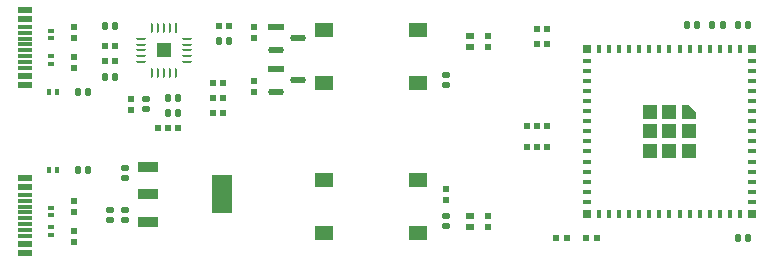
<source format=gtp>
G04*
G04 #@! TF.GenerationSoftware,Altium Limited,Altium Designer,24.5.1 (21)*
G04*
G04 Layer_Color=8421504*
%FSLAX25Y25*%
%MOIN*%
G70*
G04*
G04 #@! TF.SameCoordinates,768C5CE1-1E73-4EAB-B0B2-AB3AEEDBA731*
G04*
G04*
G04 #@! TF.FilePolarity,Positive*
G04*
G01*
G75*
%ADD15R,0.05105X0.05105*%
%ADD16R,0.02126X0.02362*%
%ADD17R,0.02362X0.02126*%
G04:AMPARAMS|DCode=18|XSize=23.62mil|YSize=21.26mil|CornerRadius=5.63mil|HoleSize=0mil|Usage=FLASHONLY|Rotation=270.000|XOffset=0mil|YOffset=0mil|HoleType=Round|Shape=RoundedRectangle|*
%AMROUNDEDRECTD18*
21,1,0.02362,0.00999,0,0,270.0*
21,1,0.01235,0.02126,0,0,270.0*
1,1,0.01127,-0.00500,-0.00618*
1,1,0.01127,-0.00500,0.00618*
1,1,0.01127,0.00500,0.00618*
1,1,0.01127,0.00500,-0.00618*
%
%ADD18ROUNDEDRECTD18*%
%ADD19R,0.04528X0.01181*%
%ADD20R,0.04528X0.02362*%
%ADD21R,0.01378X0.02362*%
%ADD22R,0.02362X0.01378*%
G04:AMPARAMS|DCode=23|XSize=23.62mil|YSize=21.26mil|CornerRadius=5.63mil|HoleSize=0mil|Usage=FLASHONLY|Rotation=180.000|XOffset=0mil|YOffset=0mil|HoleType=Round|Shape=RoundedRectangle|*
%AMROUNDEDRECTD23*
21,1,0.02362,0.00999,0,0,180.0*
21,1,0.01235,0.02126,0,0,180.0*
1,1,0.01127,-0.00618,0.00500*
1,1,0.01127,0.00618,0.00500*
1,1,0.01127,0.00618,-0.00500*
1,1,0.01127,-0.00618,-0.00500*
%
%ADD23ROUNDEDRECTD23*%
%ADD24R,0.03150X0.03150*%
%ADD25R,0.01575X0.03150*%
%ADD26R,0.03150X0.01575*%
%ADD27R,0.04724X0.04724*%
G04:AMPARAMS|DCode=28|XSize=53.43mil|YSize=22.53mil|CornerRadius=11.26mil|HoleSize=0mil|Usage=FLASHONLY|Rotation=0.000|XOffset=0mil|YOffset=0mil|HoleType=Round|Shape=RoundedRectangle|*
%AMROUNDEDRECTD28*
21,1,0.05343,0.00000,0,0,0.0*
21,1,0.03091,0.02253,0,0,0.0*
1,1,0.02253,0.01545,0.00000*
1,1,0.02253,-0.01545,0.00000*
1,1,0.02253,-0.01545,0.00000*
1,1,0.02253,0.01545,0.00000*
%
%ADD28ROUNDEDRECTD28*%
%ADD29R,0.05343X0.02253*%
%ADD30R,0.02756X0.02362*%
G04:AMPARAMS|DCode=31|XSize=9.55mil|YSize=33.06mil|CornerRadius=4.77mil|HoleSize=0mil|Usage=FLASHONLY|Rotation=270.000|XOffset=0mil|YOffset=0mil|HoleType=Round|Shape=RoundedRectangle|*
%AMROUNDEDRECTD31*
21,1,0.00955,0.02351,0,0,270.0*
21,1,0.00000,0.03306,0,0,270.0*
1,1,0.00955,-0.01176,0.00000*
1,1,0.00955,-0.01176,0.00000*
1,1,0.00955,0.01176,0.00000*
1,1,0.00955,0.01176,0.00000*
%
%ADD31ROUNDEDRECTD31*%
G04:AMPARAMS|DCode=32|XSize=33.06mil|YSize=9.55mil|CornerRadius=4.77mil|HoleSize=0mil|Usage=FLASHONLY|Rotation=270.000|XOffset=0mil|YOffset=0mil|HoleType=Round|Shape=RoundedRectangle|*
%AMROUNDEDRECTD32*
21,1,0.03306,0.00000,0,0,270.0*
21,1,0.02351,0.00955,0,0,270.0*
1,1,0.00955,0.00000,-0.01176*
1,1,0.00955,0.00000,0.01176*
1,1,0.00955,0.00000,0.01176*
1,1,0.00955,0.00000,-0.01176*
%
%ADD32ROUNDEDRECTD32*%
%ADD33R,0.00955X0.03306*%
%ADD34R,0.06102X0.05118*%
G04:AMPARAMS|DCode=35|XSize=35.43mil|YSize=68.9mil|CornerRadius=1.95mil|HoleSize=0mil|Usage=FLASHONLY|Rotation=90.000|XOffset=0mil|YOffset=0mil|HoleType=Round|Shape=RoundedRectangle|*
%AMROUNDEDRECTD35*
21,1,0.03543,0.06500,0,0,90.0*
21,1,0.03154,0.06890,0,0,90.0*
1,1,0.00390,0.03250,0.01577*
1,1,0.00390,0.03250,-0.01577*
1,1,0.00390,-0.03250,-0.01577*
1,1,0.00390,-0.03250,0.01577*
%
%ADD35ROUNDEDRECTD35*%
G04:AMPARAMS|DCode=36|XSize=125.98mil|YSize=68.9mil|CornerRadius=2.07mil|HoleSize=0mil|Usage=FLASHONLY|Rotation=90.000|XOffset=0mil|YOffset=0mil|HoleType=Round|Shape=RoundedRectangle|*
%AMROUNDEDRECTD36*
21,1,0.12598,0.06476,0,0,90.0*
21,1,0.12185,0.06890,0,0,90.0*
1,1,0.00413,0.03238,0.06093*
1,1,0.00413,0.03238,-0.06093*
1,1,0.00413,-0.03238,-0.06093*
1,1,0.00413,-0.03238,0.06093*
%
%ADD36ROUNDEDRECTD36*%
G36*
X243638Y54134D02*
Y58858D01*
X246000D01*
X248362Y56496D01*
Y54134D01*
X243638D01*
D02*
G37*
D15*
X71000Y77000D02*
D03*
D16*
X191898Y51800D02*
D03*
X195299D02*
D03*
X198701D02*
D03*
X195299D02*
D03*
Y44800D02*
D03*
X191898D02*
D03*
X198701D02*
D03*
X195299D02*
D03*
X72299Y51000D02*
D03*
X68898D02*
D03*
X72299D02*
D03*
X75701D02*
D03*
X51299Y78500D02*
D03*
X54701D02*
D03*
X51299Y73500D02*
D03*
X54701D02*
D03*
X198701Y84000D02*
D03*
X195299D02*
D03*
X211799Y14500D02*
D03*
X215201D02*
D03*
X201799D02*
D03*
X205201D02*
D03*
X90701Y66000D02*
D03*
X87299D02*
D03*
X90701Y56000D02*
D03*
X87299D02*
D03*
X89299Y85000D02*
D03*
X92701D02*
D03*
X90701Y61000D02*
D03*
X87299D02*
D03*
X198701Y79000D02*
D03*
X195299D02*
D03*
D17*
X179000Y18299D02*
D03*
Y21701D02*
D03*
X101000Y84701D02*
D03*
Y81299D02*
D03*
X165000Y30701D02*
D03*
Y27299D02*
D03*
X101000Y63299D02*
D03*
Y66701D02*
D03*
X41000Y13299D02*
D03*
Y16701D02*
D03*
Y26701D02*
D03*
Y23299D02*
D03*
Y84701D02*
D03*
Y81299D02*
D03*
Y71299D02*
D03*
Y74701D02*
D03*
X60000Y60701D02*
D03*
Y57299D02*
D03*
X179000Y78299D02*
D03*
Y81701D02*
D03*
D18*
X75693Y61000D02*
D03*
X72307D02*
D03*
Y56000D02*
D03*
X75693D02*
D03*
X51307Y85000D02*
D03*
X54693D02*
D03*
X42307Y63000D02*
D03*
X45693D02*
D03*
X262307Y14500D02*
D03*
X265693D02*
D03*
X262307Y85500D02*
D03*
X265693D02*
D03*
X92693Y80000D02*
D03*
X89307D02*
D03*
X51307Y68000D02*
D03*
X54693D02*
D03*
X45693Y37000D02*
D03*
X42307D02*
D03*
X245307Y85500D02*
D03*
X248693D02*
D03*
X253807D02*
D03*
X257193D02*
D03*
D19*
X24764Y84882D02*
D03*
Y82913D02*
D03*
Y80945D02*
D03*
Y78976D02*
D03*
Y77008D02*
D03*
Y75039D02*
D03*
Y73071D02*
D03*
Y71102D02*
D03*
Y15118D02*
D03*
Y17087D02*
D03*
Y19055D02*
D03*
Y21024D02*
D03*
Y22992D02*
D03*
Y24961D02*
D03*
Y26929D02*
D03*
Y28898D02*
D03*
D20*
Y68543D02*
D03*
Y87441D02*
D03*
Y90591D02*
D03*
Y65394D02*
D03*
Y9409D02*
D03*
Y34606D02*
D03*
Y31457D02*
D03*
Y12559D02*
D03*
D21*
X35280Y63000D02*
D03*
X32721D02*
D03*
Y37000D02*
D03*
X35280D02*
D03*
D22*
X33500Y81000D02*
D03*
Y83559D02*
D03*
Y75000D02*
D03*
Y72441D02*
D03*
Y24559D02*
D03*
Y22000D02*
D03*
Y15441D02*
D03*
Y18000D02*
D03*
D23*
X65000Y60693D02*
D03*
Y57307D02*
D03*
X58000Y37693D02*
D03*
Y34307D02*
D03*
Y23693D02*
D03*
Y20307D02*
D03*
X53000D02*
D03*
Y23693D02*
D03*
X165000Y18307D02*
D03*
Y21693D02*
D03*
Y68693D02*
D03*
Y65307D02*
D03*
D24*
X267063Y77559D02*
D03*
X211945D02*
D03*
X267063Y22441D02*
D03*
X211945D02*
D03*
D25*
X262929Y77559D02*
D03*
X259583D02*
D03*
X256236D02*
D03*
X252890D02*
D03*
X249543D02*
D03*
X246197D02*
D03*
X242850D02*
D03*
X239504D02*
D03*
X236157D02*
D03*
X232811D02*
D03*
X229465D02*
D03*
X226118D02*
D03*
X222772D02*
D03*
X219425D02*
D03*
X216079D02*
D03*
Y22441D02*
D03*
X219425D02*
D03*
X222772D02*
D03*
X226118D02*
D03*
X229465D02*
D03*
X232811D02*
D03*
X236157D02*
D03*
X239504D02*
D03*
X242850D02*
D03*
X246197D02*
D03*
X249543D02*
D03*
X252890D02*
D03*
X256236D02*
D03*
X259583D02*
D03*
X262929D02*
D03*
D26*
X211945Y73425D02*
D03*
Y70079D02*
D03*
Y66732D02*
D03*
Y63386D02*
D03*
Y60039D02*
D03*
Y56693D02*
D03*
Y53347D02*
D03*
Y50000D02*
D03*
Y46654D02*
D03*
Y43307D02*
D03*
Y39961D02*
D03*
Y36614D02*
D03*
Y33268D02*
D03*
Y29921D02*
D03*
Y26575D02*
D03*
X267063D02*
D03*
Y29921D02*
D03*
Y33268D02*
D03*
Y36614D02*
D03*
Y39961D02*
D03*
Y43307D02*
D03*
Y46654D02*
D03*
Y50000D02*
D03*
Y53347D02*
D03*
Y56693D02*
D03*
Y60039D02*
D03*
Y63386D02*
D03*
Y66732D02*
D03*
Y70079D02*
D03*
Y73425D02*
D03*
D27*
X239504Y50000D02*
D03*
X246000D02*
D03*
Y43504D02*
D03*
X239504D02*
D03*
X233008D02*
D03*
Y50000D02*
D03*
Y56496D02*
D03*
X239504D02*
D03*
D28*
X115742Y67000D02*
D03*
X108258Y63260D02*
D03*
X115742Y81000D02*
D03*
X108258Y77260D02*
D03*
D29*
Y70740D02*
D03*
Y84740D02*
D03*
D30*
X173000Y78130D02*
D03*
Y81870D02*
D03*
Y18130D02*
D03*
Y21870D02*
D03*
D31*
X78541Y80937D02*
D03*
Y78969D02*
D03*
Y77000D02*
D03*
Y75032D02*
D03*
Y73063D02*
D03*
X63459D02*
D03*
Y75032D02*
D03*
Y77000D02*
D03*
Y78969D02*
D03*
Y80937D02*
D03*
D32*
X74937Y69459D02*
D03*
X72969D02*
D03*
X71000D02*
D03*
X69032D02*
D03*
X67063D02*
D03*
Y84541D02*
D03*
X69032D02*
D03*
X71000D02*
D03*
X72969D02*
D03*
D33*
X74937D02*
D03*
D34*
X124350Y83858D02*
D03*
X155650D02*
D03*
X124350Y66142D02*
D03*
X155650D02*
D03*
X124350Y33858D02*
D03*
X155650D02*
D03*
X124350Y16142D02*
D03*
X155650D02*
D03*
D35*
X65697Y38055D02*
D03*
Y29000D02*
D03*
Y19945D02*
D03*
D36*
X90303Y29000D02*
D03*
M02*

</source>
